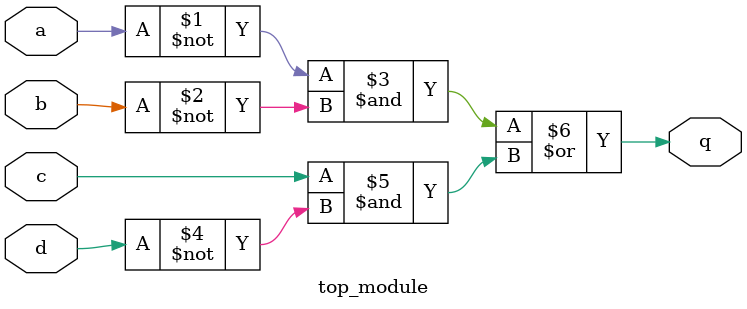
<source format=sv>
module top_module (
  input a,
  input b,
  input c,
  input d,
  output q
);
  
  assign q = (~a & ~b) | (c & ~d);
  
endmodule

</source>
